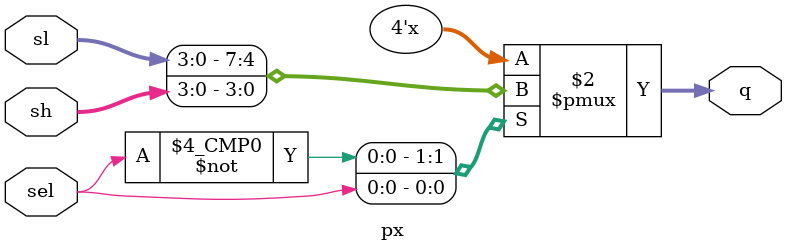
<source format=v>
module px(sl,sh,sel,q);
input [3:0]sl,sh;
input sel;
output [3:0]q;
reg [3:0]q;


always @(sl or sh or sel) begin
    case (sel)
        1'b0: q= sl; 
        1'b1: q= sh; 
        default: q = 4'b0000;
    endcase
    
end
endmodule
</source>
